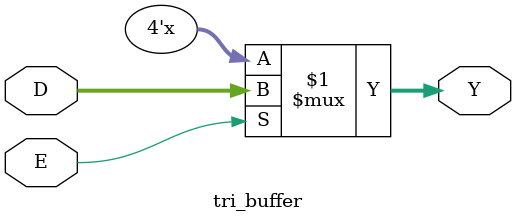
<source format=v>
module tri_buffer 
    #(parameter n = 4)
    (input E,
    input [n-1:0] D,
    output[n-1:0] Y
    );
    assign Y = E ? D : {n{1'bz}} ;
endmodule
</source>
